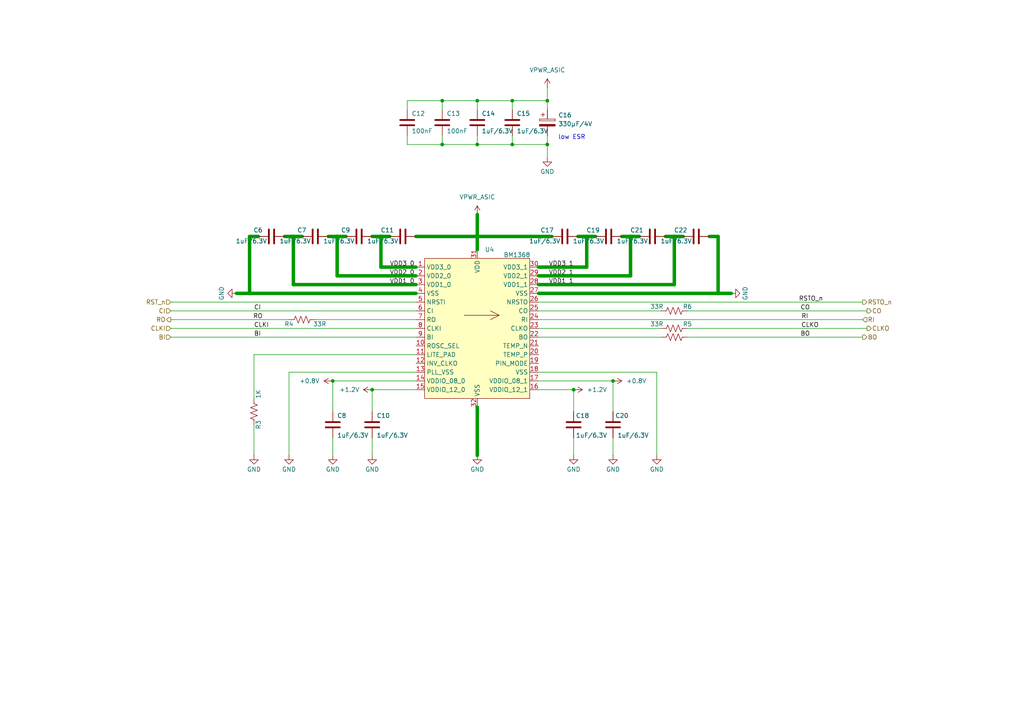
<source format=kicad_sch>
(kicad_sch (version 20231120) (generator "eeschema") (generator_version "8.0")
  (paper "A4")
  (lib_symbols
    (symbol "Device:C" (pin_numbers hide) (pin_names (offset 0.254))
      (property "Reference" "C" (at 0.635 2.54 0))
      (property "Value" "C" (at 0.635 -2.54 0))
      (symbol "C_0_1"
        (polyline (pts (xy -2.032 -0.762) (xy 2.032 -0.762)) (stroke (width 0.508)))
        (polyline (pts (xy -2.032 0.762) (xy 2.032 0.762)) (stroke (width 0.508)))
      )
      (symbol "C_1_1"
        (pin passive line (at 0 3.81 270) (length 2.794) (name "~") (number "1"))
        (pin passive line (at 0 -3.81 90) (length 2.794) (name "~") (number "2"))
      )
    )
    (symbol "Device:C_Polarized" (pin_numbers hide) (pin_names (offset 0.254))
      (property "Reference" "C" (at 0.635 2.54 0))
      (property "Value" "C_Polarized" (at 0.635 -2.54 0))
      (symbol "C_Polarized_0_1"
        (rectangle (start -2.286 0.508) (end 2.286 1.016))
        (polyline (pts (xy -1.778 2.286) (xy -0.762 2.286)))
        (polyline (pts (xy -1.27 2.794) (xy -1.27 1.778)))
        (rectangle (start 2.286 -0.508) (end -2.286 -1.016) (fill (type outline)))
      )
      (symbol "C_Polarized_1_1"
        (pin passive line (at 0 3.81 270) (length 2.794) (name "~") (number "1"))
        (pin passive line (at 0 -3.81 90) (length 2.794) (name "~") (number "2"))
      )
    )
    (symbol "Device:R_US" (pin_numbers hide) (pin_names (offset 0))
      (property "Reference" "R" (at 2.54 0 90))
      (property "Value" "R_US" (at -2.54 0 90))
      (symbol "R_US_0_1"
        (polyline (pts (xy 0 -2.286) (xy 0 -2.54)))
        (polyline (pts (xy 0 2.286) (xy 0 2.54)))
        (polyline (pts (xy 0 -0.762) (xy 1.016 -1.143) (xy 0 -1.524) (xy -1.016 -1.905) (xy 0 -2.286)))
        (polyline (pts (xy 0 0.762) (xy 1.016 0.381) (xy 0 0) (xy -1.016 -0.381) (xy 0 -0.762)))
        (polyline (pts (xy 0 2.286) (xy 1.016 1.905) (xy 0 1.524) (xy -1.016 1.143) (xy 0 0.762)))
      )
      (symbol "R_US_1_1"
        (pin passive line (at 0 3.81 270) (length 1.27) (name "~") (number "1"))
        (pin passive line (at 0 -3.81 90) (length 1.27) (name "~") (number "2"))
      )
    )
    (symbol "EKO_Miner_ASIClib:BM1368_mode1"
      (property "Reference" "U4" (at 19.9741 3.81 0))
      (property "Value" "~" (at 21.336 1.27 0))
      (symbol "BM1368_mode1_0_1"
        (polyline (pts (xy 13.97 -15.24) (xy 24.13 -15.24)))
        (polyline (pts (xy 21.59 -16.51) (xy 24.13 -15.24)))
        (polyline (pts (xy 21.59 -13.97) (xy 24.13 -15.24)))
        (rectangle (start 2.54 1.27) (end 33.02 -39.37) (fill (type background)))
      )
      (symbol "BM1368_mode1_1_1"
        (pin power_in line (at 0 -1.27 0) (length 2.54) (name "VDD3_0") (number "1"))
        (pin unspecified line (at 0 -24.13 0) (length 2.54) (name "ROSC_SEL") (number "10"))
        (pin unspecified line (at 0 -26.67 0) (length 2.54) (name "LITE_PAD") (number "11"))
        (pin unspecified line (at 0 -29.21 0) (length 2.54) (name "INV_CLKO") (number "12"))
        (pin power_in line (at 0 -31.75 0) (length 2.54) (name "PLL_VSS") (number "13"))
        (pin power_in line (at 0 -34.29 0) (length 2.54) (name "VDDIO_08_0") (number "14"))
        (pin power_in line (at 0 -36.83 0) (length 2.54) (name "VDDIO_12_0") (number "15"))
        (pin power_in line (at 35.56 -36.83 180) (length 2.54) (name "VDDIO_12_1") (number "16"))
        (pin power_in line (at 35.56 -34.29 180) (length 2.54) (name "VDDIO_08_1") (number "17"))
        (pin power_in line (at 35.56 -31.75 180) (length 2.54) (name "VSS") (number "18"))
        (pin input line (at 35.56 -29.21 180) (length 2.54) (name "PIN_MODE") (number "19"))
        (pin power_in line (at 0 -3.81 0) (length 2.54) (name "VDD2_0") (number "2"))
        (pin unspecified line (at 35.56 -26.67 180) (length 2.54) (name "TEMP_P") (number "20"))
        (pin unspecified line (at 35.56 -24.13 180) (length 2.54) (name "TEMP_N") (number "21"))
        (pin output line (at 35.56 -21.59 180) (length 2.54) (name "BO") (number "22"))
        (pin output line (at 35.56 -19.05 180) (length 2.54) (name "CLKO") (number "23"))
        (pin input line (at 35.56 -16.51 180) (length 2.54) (name "RI") (number "24"))
        (pin output line (at 35.56 -13.97 180) (length 2.54) (name "CO") (number "25"))
        (pin output line (at 35.56 -11.43 180) (length 2.54) (name "NRSTO") (number "26"))
        (pin power_in line (at 35.56 -8.89 180) (length 2.54) (name "VSS") (number "27"))
        (pin power_in line (at 35.56 -6.35 180) (length 2.54) (name "VDD1_1") (number "28"))
        (pin power_in line (at 35.56 -3.81 180) (length 2.54) (name "VDD2_1") (number "29"))
        (pin power_in line (at 0 -6.35 0) (length 2.54) (name "VDD1_0") (number "3"))
        (pin power_in line (at 35.56 -1.27 180) (length 2.54) (name "VDD3_1") (number "30"))
        (pin power_in line (at 17.78 3.81 270) (length 2.54) (name "VDD") (number "31"))
        (pin power_in line (at 17.78 -41.91 90) (length 2.54) (name "VSS") (number "32"))
        (pin power_in line (at 0 -8.89 0) (length 2.54) (name "VSS") (number "4"))
        (pin input line (at 0 -11.43 0) (length 2.54) (name "NRSTI") (number "5"))
        (pin input line (at 0 -13.97 0) (length 2.54) (name "CI") (number "6"))
        (pin output line (at 0 -16.51 0) (length 2.54) (name "RO") (number "7"))
        (pin input line (at 0 -19.05 0) (length 2.54) (name "CLKI") (number "8"))
        (pin input line (at 0 -21.59 0) (length 2.54) (name "BI") (number "9"))
      )
    )
    (symbol "power:GND" (power) (pin_numbers hide) (pin_names (offset 0) hide)
      (property "Value" "GND" (at 0 -3.81 0))
      (symbol "GND_0_1"
        (polyline (pts (xy 0 0) (xy 0 -1.27) (xy 1.27 -1.27) (xy 0 -2.54) (xy -1.27 -1.27) (xy 0 -1.27)))
      )
      (symbol "GND_1_1"
        (pin power_in line (at 0 0 270) (length 0) (name "~") (number "1"))
      )
    )
    (symbol "power:VDD" (power) (pin_numbers hide) (pin_names (offset 0) hide)
      (property "Value" "VDD" (at 0 3.556 0))
      (symbol "VDD_0_1"
        (polyline (pts (xy -0.762 1.27) (xy 0 2.54)))
        (polyline (pts (xy 0 0) (xy 0 2.54)))
        (polyline (pts (xy 0 2.54) (xy 0.762 1.27)))
      )
      (symbol "VDD_1_1"
        (pin power_in line (at 0 0 90) (length 0) (name "~") (number "1"))
      )
    )
  )
  (junction (at 107.95 113.03))
  (junction (at 138.43 29.21) (diameter 0.9144))
  (junction (at 128.27 41.91) (diameter 0.9144))
  (junction (at 148.59 41.91))
  (junction (at 177.8 110.49))
  (junction (at 170.18 68.58))
  (junction (at 72.39 85.09))
  (junction (at 85.09 68.58))
  (junction (at 208.28 85.09))
  (junction (at 138.43 68.58))
  (junction (at 96.52 110.49))
  (junction (at 128.27 29.21) (diameter 0.9144))
  (junction (at 158.75 29.21))
  (junction (at 97.79 68.58))
  (junction (at 148.59 29.21))
  (junction (at 110.49 68.58))
  (junction (at 166.37 113.03))
  (junction (at 138.43 41.91) (diameter 0.9144))
  (junction (at 158.75 41.91))
  (junction (at 182.88 68.58))
  (junction (at 195.58 68.58))
  (wire (pts (xy 166.37 113.03) (xy 166.37 119.38)))
  (wire (pts (xy 148.59 41.91) (xy 138.43 41.91)))
  (wire (pts (xy 158.75 31.75) (xy 158.75 29.21)))
  (wire (pts (xy 156.21 95.25) (xy 191.77 95.25)))
  (wire (pts (xy 208.28 85.09) (xy 208.28 68.58)) (stroke (width 1)))
  (wire (pts (xy 118.11 31.75) (xy 118.11 29.21)))
  (wire (pts (xy 49.53 92.71) (xy 83.82 92.71)))
  (wire (pts (xy 107.95 127) (xy 107.95 132.08)))
  (wire (pts (xy 166.37 127) (xy 166.37 132.08)))
  (wire (pts (xy 85.09 68.58) (xy 87.63 68.58)) (stroke (width 1)))
  (wire (pts (xy 97.79 68.58) (xy 100.33 68.58)) (stroke (width 1)))
  (wire (pts (xy 156.21 87.63) (xy 250.19 87.63)))
  (wire (pts (xy 110.49 68.58) (xy 109.22 68.58)))
  (wire (pts (xy 120.65 68.58) (xy 138.43 68.58)) (stroke (width 1)))
  (wire (pts (xy 138.43 68.58) (xy 160.02 68.58)) (stroke (width 1)))
  (wire (pts (xy 199.39 95.25) (xy 251.46 95.25)))
  (wire (pts (xy 156.21 77.47) (xy 170.18 77.47)) (stroke (width 1)))
  (wire (pts (xy 128.27 29.21) (xy 138.43 29.21)))
  (wire (pts (xy 97.79 80.01) (xy 120.65 80.01)) (stroke (width 1)))
  (wire (pts (xy 128.27 31.75) (xy 128.27 29.21)))
  (wire (pts (xy 138.43 118.11) (xy 138.43 132.08)) (stroke (width 1)))
  (wire (pts (xy 110.49 68.58) (xy 110.49 77.47)) (stroke (width 1)))
  (wire (pts (xy 158.75 25.4) (xy 158.75 29.21)))
  (wire (pts (xy 85.09 68.58) (xy 86.36 68.58)))
  (wire (pts (xy 156.21 85.09) (xy 208.28 85.09)) (stroke (width 1)))
  (wire (pts (xy 167.64 68.58) (xy 170.18 68.58)) (stroke (width 1)))
  (wire (pts (xy 177.8 110.49) (xy 177.8 119.38)))
  (wire (pts (xy 138.43 29.21) (xy 148.59 29.21)))
  (wire (pts (xy 118.11 39.37) (xy 118.11 41.91)))
  (wire (pts (xy 182.88 68.58) (xy 185.42 68.58)) (stroke (width 1)))
  (wire (pts (xy 190.5 107.95) (xy 190.5 132.08)))
  (wire (pts (xy 180.34 68.58) (xy 182.88 68.58)) (stroke (width 1)))
  (wire (pts (xy 107.95 113.03) (xy 107.95 119.38)))
  (wire (pts (xy 199.39 90.17) (xy 251.46 90.17)))
  (wire (pts (xy 128.27 41.91) (xy 138.43 41.91)))
  (wire (pts (xy 73.66 102.87) (xy 73.66 115.57)))
  (wire (pts (xy 156.21 80.01) (xy 182.88 80.01)) (stroke (width 1)))
  (wire (pts (xy 128.27 39.37) (xy 128.27 41.91)))
  (wire (pts (xy 118.11 29.21) (xy 128.27 29.21)))
  (wire (pts (xy 158.75 45.72) (xy 158.75 41.91)))
  (wire (pts (xy 156.21 82.55) (xy 195.58 82.55)) (stroke (width 1)))
  (wire (pts (xy 138.43 62.23) (xy 138.43 68.58)) (stroke (width 1)))
  (wire (pts (xy 85.09 82.55) (xy 120.65 82.55)) (stroke (width 1)))
  (wire (pts (xy 195.58 68.58) (xy 198.12 68.58)) (stroke (width 1)))
  (wire (pts (xy 170.18 68.58) (xy 172.72 68.58)) (stroke (width 1)))
  (wire (pts (xy 156.21 92.71) (xy 250.19 92.71)))
  (wire (pts (xy 96.52 110.49) (xy 96.52 119.38)))
  (wire (pts (xy 177.8 127) (xy 177.8 132.08)))
  (wire (pts (xy 120.65 102.87) (xy 73.66 102.87)))
  (wire (pts (xy 158.75 39.37) (xy 158.75 41.91)))
  (wire (pts (xy 120.65 107.95) (xy 83.82 107.95)))
  (wire (pts (xy 148.59 29.21) (xy 158.75 29.21)))
  (wire (pts (xy 97.79 68.58) (xy 100.33 68.58)))
  (wire (pts (xy 199.39 97.79) (xy 250.19 97.79)))
  (wire (pts (xy 96.52 110.49) (xy 120.65 110.49)))
  (wire (pts (xy 138.43 31.75) (xy 138.43 29.21)))
  (wire (pts (xy 72.39 85.09) (xy 120.65 85.09)) (stroke (width 1)))
  (wire (pts (xy 156.21 97.79) (xy 191.77 97.79)))
  (wire (pts (xy 193.04 68.58) (xy 195.58 68.58)) (stroke (width 1)))
  (wire (pts (xy 156.21 113.03) (xy 166.37 113.03)))
  (wire (pts (xy 49.53 97.79) (xy 120.65 97.79)))
  (wire (pts (xy 170.18 77.47) (xy 170.18 68.58)) (stroke (width 1)))
  (wire (pts (xy 107.95 68.58) (xy 110.49 68.58)) (stroke (width 1)))
  (wire (pts (xy 97.79 80.01) (xy 97.79 68.58)) (stroke (width 1)))
  (wire (pts (xy 138.43 39.37) (xy 138.43 41.91)))
  (wire (pts (xy 49.53 90.17) (xy 120.65 90.17)))
  (wire (pts (xy 195.58 82.55) (xy 195.58 68.58)) (stroke (width 1)))
  (wire (pts (xy 95.25 68.58) (xy 97.79 68.58)) (stroke (width 1)))
  (wire (pts (xy 128.27 41.91) (xy 118.11 41.91)))
  (wire (pts (xy 107.95 113.03) (xy 120.65 113.03)))
  (wire (pts (xy 73.66 123.19) (xy 73.66 132.08)))
  (wire (pts (xy 182.88 80.01) (xy 182.88 68.58)) (stroke (width 1)))
  (wire (pts (xy 96.52 127) (xy 96.52 132.08)))
  (wire (pts (xy 148.59 41.91) (xy 158.75 41.91)))
  (wire (pts (xy 49.53 87.63) (xy 120.65 87.63)))
  (wire (pts (xy 148.59 39.37) (xy 148.59 41.91)))
  (wire (pts (xy 110.49 77.47) (xy 120.65 77.47)) (stroke (width 1)))
  (wire (pts (xy 156.21 107.95) (xy 190.5 107.95)))
  (wire (pts (xy 156.21 90.17) (xy 191.77 90.17)))
  (wire (pts (xy 83.82 107.95) (xy 83.82 132.08)))
  (wire (pts (xy 138.43 68.58) (xy 138.43 72.39)) (stroke (width 1)))
  (wire (pts (xy 68.58 85.09) (xy 72.39 85.09)) (stroke (width 1)))
  (wire (pts (xy 49.53 95.25) (xy 120.65 95.25)))
  (wire (pts (xy 72.39 85.09) (xy 72.39 68.58)) (stroke (width 1)))
  (wire (pts (xy 110.49 68.58) (xy 113.03 68.58)) (stroke (width 1)))
  (wire (pts (xy 208.28 68.58) (xy 205.74 68.58)) (stroke (width 1)))
  (wire (pts (xy 85.09 82.55) (xy 85.09 68.58)) (stroke (width 1)))
  (wire (pts (xy 91.44 92.71) (xy 120.65 92.71)))
  (wire (pts (xy 148.59 31.75) (xy 148.59 29.21)))
  (wire (pts (xy 156.21 110.49) (xy 177.8 110.49)))
  (wire (pts (xy 82.55 68.58) (xy 85.09 68.58)) (stroke (width 1)))
  (wire (pts (xy 72.39 68.58) (xy 74.93 68.58)) (stroke (width 1)))
  (wire (pts (xy 208.28 85.09) (xy 212.09 85.09)) (stroke (width 1)))
  (text "low ESR" (at 165.862 39.878 0) (effects (font (size 1.27 1.27))))
  (label "BO" (at 234.95 97.79 180))
  (label "CLKI" (at 73.66 95.25 0))
  (label "VDD2_0" (at 113.03 80.01 0))
  (label "RI" (at 232.41 92.71 0))
  (label "RO" (at 76.2 92.71 180))
  (label "CLKO" (at 237.49 95.25 180))
  (label "VDD1_0" (at 113.03 82.55 0))
  (label "VDD3_1" (at 166.37 77.47 180))
  (label "BI" (at 73.66 97.79 0))
  (label "RSTO_n" (at 238.76 87.63 180))
  (label "VDD3_0" (at 113.03 77.47 0))
  (label "CI" (at 73.66 90.17 0))
  (label "VDD2_1" (at 166.37 80.01 180))
  (label "VDD1_1" (at 166.37 82.55 180))
  (label "CO" (at 234.95 90.17 180))
  (hierarchical_label "CLKI" (shape input) (at 49.53 95.25 180))
  (hierarchical_label "CI" (shape input) (at 49.53 90.17 180))
  (hierarchical_label "RO" (shape output) (at 49.53 92.71 180))
  (hierarchical_label "CO" (shape output) (at 251.46 90.17 0))
  (hierarchical_label "BO" (shape output) (at 250.19 97.79 0))
  (hierarchical_label "CLKO" (shape output) (at 251.46 95.25 0))
  (hierarchical_label "RSTO_n" (shape output) (at 250.19 87.63 0))
  (hierarchical_label "BI" (shape input) (at 49.53 97.79 180))
  (hierarchical_label "RST_n" (shape input) (at 49.53 87.63 180))
  (hierarchical_label "RI" (shape input) (at 250.19 92.71 0))
  (symbol (lib_id "Device:R_US") (at 195.58 90.17 90) (unit 1)
    (property "Reference" "R6" (at 199.39 88.9 90))
    (property "Value" "33R" (at 190.5 88.9 90))
    (property "Footprint" "Resistor_SMD:R_0402_1005Metric" (effects (hide yes)))
    (property "MP" "WR04X33R0FTL" (effects (hide yes)))
    (property "P/N MOUSER" "791-WR04X33R0FTL" (effects (hide yes)))
    (instances (project "AsicsBoard - 16xBM1368 - 01A" (path "" (reference "R6") (unit 1)) (path "" (reference "R58") (unit 1)) (path "" (reference "R33") (unit 1)) (path "" (reference "R78") (unit 1)) (path "" (reference "R43") (unit 1)) (path "" (reference "R68") (unit 1)) (path "" (reference "R11") (unit 1)) (path "" (reference "R21") (unit 1)) (path "" (reference "R16") (unit 1)) (path "" (reference "R48") (unit 1)) (path "" (reference "R83") (unit 1)) (path "" (reference "R63") (unit 1)) (path "" (reference "R53") (unit 1)) (path "" (reference "R73") (unit 1)) (path "" (reference "R28") (unit 1)) (path "" (reference "R38") (unit 1))))
  )
  (symbol (lib_id "Device:C") (at 116.84 68.58 90) (unit 1)
    (property "Reference" "C11" (at 114.3 66.04 90) (effects (justify left bottom)))
    (property "Value" "1uF/6.3V" (at 115.57 69.215 90) (effects (justify left bottom)))
    (property "Footprint" "Capacitor_SMD:C_0402_1005Metric" (effects (hide yes)))
    (property "MP" "GRM155R70J105KA12D" (effects (hide yes)))
    (property "P/N MOUSER" "81-GRM155R70J105KA2D" (effects (hide yes)))
    (instances (project "AsicsBoard - 16xBM1368 - 01A" (path "" (reference "C11") (unit 1)) (path "" (reference "C181") (unit 1)) (path "" (reference "C96") (unit 1)) (path "" (reference "C249") (unit 1)) (path "" (reference "C130") (unit 1)) (path "" (reference "C215") (unit 1)) (path "" (reference "C28") (unit 1)) (path "" (reference "C62") (unit 1)) (path "" (reference "C45") (unit 1)) (path "" (reference "C147") (unit 1)) (path "" (reference "C266") (unit 1)) (path "" (reference "C198") (unit 1)) (path "" (reference "C164") (unit 1)) (path "" (reference "C232") (unit 1)) (path "" (reference "C79") (unit 1)) (path "" (reference "C113") (unit 1))))
  )
  (symbol (lib_id "Device:C") (at 118.11 35.56 0) (unit 1)
    (property "Reference" "C12" (at 119.38 33.655 0) (effects (justify left bottom)))
    (property "Value" "100nF" (at 119.38 38.735 0) (effects (justify left bottom)))
    (property "Footprint" "Capacitor_SMD:C_0402_1005Metric" (effects (hide yes)))
    (property "MP" "SH15B104K160CT" (effects (hide yes)))
    (property "P/N MOUSER" "791-SH15B104K160CT" (effects (hide yes)))
    (instances (project "AsicsBoard - 16xBM1368 - 01A" (path "" (reference "C12") (unit 1)) (path "" (reference "C182") (unit 1)) (path "" (reference "C97") (unit 1)) (path "" (reference "C250") (unit 1)) (path "" (reference "C131") (unit 1)) (path "" (reference "C216") (unit 1)) (path "" (reference "C29") (unit 1)) (path "" (reference "C63") (unit 1)) (path "" (reference "C46") (unit 1)) (path "" (reference "C148") (unit 1)) (path "" (reference "C267") (unit 1)) (path "" (reference "C199") (unit 1)) (path "" (reference "C165") (unit 1)) (path "" (reference "C233") (unit 1)) (path "" (reference "C80") (unit 1)) (path "" (reference "C114") (unit 1))))
  )
  (symbol (lib_id "power:GND") (at 212.09 85.09 90) (unit 1)
    (property "Reference" "#PWR037" (effects (hide yes)))
    (property "Value" "GND" (at 216.154 85.09 0))
    (property "Description" "Power symbol creates a global label with name \"GND\" , ground" (effects (hide yes)))
    (instances (project "AsicsBoard - 16xBM1368 - 01A" (path "" (reference "#PWR037") (unit 1)) (path "" (reference "#PWR0209") (unit 1)) (path "" (reference "#PWR0124") (unit 1)) (path "" (reference "#PWR0277") (unit 1)) (path "" (reference "#PWR0158") (unit 1)) (path "" (reference "#PWR0243") (unit 1)) (path "" (reference "#PWR054") (unit 1)) (path "" (reference "#PWR088") (unit 1)) (path "" (reference "#PWR071") (unit 1)) (path "" (reference "#PWR0175") (unit 1)) (path "" (reference "#PWR0294") (unit 1)) (path "" (reference "#PWR0226") (unit 1)) (path "" (reference "#PWR0192") (unit 1)) (path "" (reference "#PWR0260") (unit 1)) (path "" (reference "#PWR0107") (unit 1)) (path "" (reference "#PWR0141") (unit 1))))
  )
  (symbol (lib_id "power:GND") (at 83.82 132.08 0) (unit 1)
    (property "Reference" "#PWR023" (effects (hide yes)))
    (property "Value" "GND" (at 83.82 136.144 0))
    (property "Description" "Power symbol creates a global label with name \"GND\" , ground" (effects (hide yes)))
    (instances (project "AsicsBoard - 16xBM1368 - 01A" (path "" (reference "#PWR023") (unit 1)) (path "" (reference "#PWR0195") (unit 1)) (path "" (reference "#PWR0110") (unit 1)) (path "" (reference "#PWR0263") (unit 1)) (path "" (reference "#PWR0144") (unit 1)) (path "" (reference "#PWR0229") (unit 1)) (path "" (reference "#PWR040") (unit 1)) (path "" (reference "#PWR074") (unit 1)) (path "" (reference "#PWR057") (unit 1)) (path "" (reference "#PWR0161") (unit 1)) (path "" (reference "#PWR0280") (unit 1)) (path "" (reference "#PWR0212") (unit 1)) (path "" (reference "#PWR0178") (unit 1)) (path "" (reference "#PWR0246") (unit 1)) (path "" (reference "#PWR093") (unit 1)) (path "" (reference "#PWR0127") (unit 1))))
  )
  (symbol (lib_id "Device:C") (at 201.93 68.58 90) (unit 1)
    (property "Reference" "C22" (at 199.39 66.04 90) (effects (justify left bottom)))
    (property "Value" "1uF/6.3V" (at 200.66 69.215 90) (effects (justify left bottom)))
    (property "Footprint" "Capacitor_SMD:C_0402_1005Metric" (effects (hide yes)))
    (property "MP" "GRM155R70J105KA12D" (effects (hide yes)))
    (property "P/N MOUSER" "81-GRM155R70J105KA2D" (effects (hide yes)))
    (instances (project "AsicsBoard - 16xBM1368 - 01A" (path "" (reference "C22") (unit 1)) (path "" (reference "C192") (unit 1)) (path "" (reference "C107") (unit 1)) (path "" (reference "C260") (unit 1)) (path "" (reference "C141") (unit 1)) (path "" (reference "C226") (unit 1)) (path "" (reference "C39") (unit 1)) (path "" (reference "C73") (unit 1)) (path "" (reference "C56") (unit 1)) (path "" (reference "C158") (unit 1)) (path "" (reference "C277") (unit 1)) (path "" (reference "C209") (unit 1)) (path "" (reference "C175") (unit 1)) (path "" (reference "C243") (unit 1)) (path "" (reference "C90") (unit 1)) (path "" (reference "C124") (unit 1))))
  )
  (symbol (lib_id "Device:C_Polarized") (at 158.75 35.56 0) (unit 1)
    (property "Reference" "C16" (at 161.925 33.4009 0) (effects (justify left)))
    (property "Value" "330µF/4V" (at 161.925 35.9409 0) (effects (justify left)))
    (property "Footprint" "Capacitor_SMD:C_1210_3225Metric" (effects (hide yes)))
    (property "MP" "GRM32ER60G337ME05K" (effects (hide yes)))
    (property "P/N MOUSER" "81-GRM32ER60G337ME5K" (effects (hide yes)))
    (instances (project "AsicsBoard - 16xBM1368 - 01A" (path "" (reference "C16") (unit 1)) (path "" (reference "C186") (unit 1)) (path "" (reference "C101") (unit 1)) (path "" (reference "C254") (unit 1)) (path "" (reference "C135") (unit 1)) (path "" (reference "C220") (unit 1)) (path "" (reference "C33") (unit 1)) (path "" (reference "C67") (unit 1)) (path "" (reference "C50") (unit 1)) (path "" (reference "C152") (unit 1)) (path "" (reference "C271") (unit 1)) (path "" (reference "C203") (unit 1)) (path "" (reference "C169") (unit 1)) (path "" (reference "C237") (unit 1)) (path "" (reference "C84") (unit 1)) (path "" (reference "C118") (unit 1))))
  )
  (symbol (lib_id "power:VDD") (at 96.52 110.49 90) (unit 1)
    (property "Reference" "#PWR024" (effects (hide yes)))
    (property "Value" "+0.8V" (at 92.71 110.4899 90) (effects (justify left)))
    (property "Description" "Power symbol creates a global label with name \"VDD\"" (effects (hide yes)))
    (instances (project "AsicsBoard - 16xBM1368 - 01A" (path "" (reference "#PWR024") (unit 1)) (path "" (reference "#PWR0196") (unit 1)) (path "" (reference "#PWR0111") (unit 1)) (path "" (reference "#PWR0264") (unit 1)) (path "" (reference "#PWR0145") (unit 1)) (path "" (reference "#PWR0230") (unit 1)) (path "" (reference "#PWR041") (unit 1)) (path "" (reference "#PWR075") (unit 1)) (path "" (reference "#PWR058") (unit 1)) (path "" (reference "#PWR0162") (unit 1)) (path "" (reference "#PWR0281") (unit 1)) (path "" (reference "#PWR0213") (unit 1)) (path "" (reference "#PWR0179") (unit 1)) (path "" (reference "#PWR0247") (unit 1)) (path "" (reference "#PWR094") (unit 1)) (path "" (reference "#PWR0128") (unit 1))))
  )
  (symbol (lib_id "Device:C") (at 91.44 68.58 90) (unit 1)
    (property "Reference" "C7" (at 88.9 66.04 90) (effects (justify left bottom)))
    (property "Value" "1uF/6.3V" (at 90.17 69.215 90) (effects (justify left bottom)))
    (property "Footprint" "Capacitor_SMD:C_0402_1005Metric" (effects (hide yes)))
    (property "MP" "GRM155R70J105KA12D" (effects (hide yes)))
    (property "P/N MOUSER" "81-GRM155R70J105KA2D" (effects (hide yes)))
    (instances (project "AsicsBoard - 16xBM1368 - 01A" (path "" (reference "C7") (unit 1)) (path "" (reference "C177") (unit 1)) (path "" (reference "C92") (unit 1)) (path "" (reference "C245") (unit 1)) (path "" (reference "C126") (unit 1)) (path "" (reference "C211") (unit 1)) (path "" (reference "C24") (unit 1)) (path "" (reference "C58") (unit 1)) (path "" (reference "C41") (unit 1)) (path "" (reference "C143") (unit 1)) (path "" (reference "C262") (unit 1)) (path "" (reference "C194") (unit 1)) (path "" (reference "C160") (unit 1)) (path "" (reference "C228") (unit 1)) (path "" (reference "C75") (unit 1)) (path "" (reference "C109") (unit 1))))
  )
  (symbol (lib_id "Device:R_US") (at 195.58 95.25 90) (unit 1)
    (property "Reference" "R5" (at 199.39 93.98 90))
    (property "Value" "33R" (at 190.5 93.98 90))
    (property "Footprint" "Resistor_SMD:R_0402_1005Metric" (effects (hide yes)))
    (property "MP" "WR04X33R0FTL" (effects (hide yes)))
    (property "P/N MOUSER" "791-WR04X33R0FTL" (effects (hide yes)))
    (instances (project "AsicsBoard - 16xBM1368 - 01A" (path "" (reference "R5") (unit 1)) (path "" (reference "R57") (unit 1)) (path "" (reference "R32") (unit 1)) (path "" (reference "R77") (unit 1)) (path "" (reference "R42") (unit 1)) (path "" (reference "R67") (unit 1)) (path "" (reference "R10") (unit 1)) (path "" (reference "R20") (unit 1)) (path "" (reference "R15") (unit 1)) (path "" (reference "R47") (unit 1)) (path "" (reference "R82") (unit 1)) (path "" (reference "R62") (unit 1)) (path "" (reference "R52") (unit 1)) (path "" (reference "R72") (unit 1)) (path "" (reference "R27") (unit 1)) (path "" (reference "R37") (unit 1))))
  )
  (symbol (lib_id "power:GND") (at 68.58 85.09 270) (unit 1)
    (property "Reference" "#PWR021" (effects (hide yes)))
    (property "Value" "GND" (at 64.262 85.09 0))
    (property "Description" "Power symbol creates a global label with name \"GND\" , ground" (effects (hide yes)))
    (instances (project "AsicsBoard - 16xBM1368 - 01A" (path "" (reference "#PWR021") (unit 1)) (path "" (reference "#PWR0193") (unit 1)) (path "" (reference "#PWR0108") (unit 1)) (path "" (reference "#PWR0261") (unit 1)) (path "" (reference "#PWR0142") (unit 1)) (path "" (reference "#PWR0227") (unit 1)) (path "" (reference "#PWR038") (unit 1)) (path "" (reference "#PWR072") (unit 1)) (path "" (reference "#PWR055") (unit 1)) (path "" (reference "#PWR0159") (unit 1)) (path "" (reference "#PWR0278") (unit 1)) (path "" (reference "#PWR0210") (unit 1)) (path "" (reference "#PWR0176") (unit 1)) (path "" (reference "#PWR0244") (unit 1)) (path "" (reference "#PWR091") (unit 1)) (path "" (reference "#PWR0125") (unit 1))))
  )
  (symbol (lib_id "Device:C") (at 177.8 123.19 0) (unit 1)
    (property "Reference" "C20" (at 178.435 121.285 0) (effects (justify left bottom)))
    (property "Value" "1uF/6.3V" (at 179.07 127 0) (effects (justify left bottom)))
    (property "Footprint" "Capacitor_SMD:C_0402_1005Metric" (effects (hide yes)))
    (property "MP" "GRM155R70J105KA12D" (effects (hide yes)))
    (property "P/N MOUSER" "81-GRM155R70J105KA2D" (effects (hide yes)))
    (instances (project "AsicsBoard - 16xBM1368 - 01A" (path "" (reference "C20") (unit 1)) (path "" (reference "C190") (unit 1)) (path "" (reference "C105") (unit 1)) (path "" (reference "C258") (unit 1)) (path "" (reference "C139") (unit 1)) (path "" (reference "C224") (unit 1)) (path "" (reference "C37") (unit 1)) (path "" (reference "C71") (unit 1)) (path "" (reference "C54") (unit 1)) (path "" (reference "C156") (unit 1)) (path "" (reference "C275") (unit 1)) (path "" (reference "C207") (unit 1)) (path "" (reference "C173") (unit 1)) (path "" (reference "C241") (unit 1)) (path "" (reference "C88") (unit 1)) (path "" (reference "C122") (unit 1))))
  )
  (symbol (lib_id "power:VDD") (at 107.95 113.03 90) (unit 1)
    (property "Reference" "#PWR026" (effects (hide yes)))
    (property "Value" "+1.2V" (at 101.346 113.03 90))
    (property "Description" "Power symbol creates a global label with name \"VDD\"" (effects (hide yes)))
    (instances (project "AsicsBoard - 16xBM1368 - 01A" (path "" (reference "#PWR026") (unit 1)) (path "" (reference "#PWR0198") (unit 1)) (path "" (reference "#PWR0113") (unit 1)) (path "" (reference "#PWR0266") (unit 1)) (path "" (reference "#PWR0147") (unit 1)) (path "" (reference "#PWR0232") (unit 1)) (path "" (reference "#PWR043") (unit 1)) (path "" (reference "#PWR077") (unit 1)) (path "" (reference "#PWR060") (unit 1)) (path "" (reference "#PWR0164") (unit 1)) (path "" (reference "#PWR0283") (unit 1)) (path "" (reference "#PWR0215") (unit 1)) (path "" (reference "#PWR0181") (unit 1)) (path "" (reference "#PWR0249") (unit 1)) (path "" (reference "#PWR096") (unit 1)) (path "" (reference "#PWR0130") (unit 1))))
  )
  (symbol (lib_id "power:VDD") (at 166.37 113.03 270) (unit 1)
    (property "Reference" "#PWR032" (effects (hide yes)))
    (property "Value" "+1.2V" (at 170.18 113.0301 90) (effects (justify left)))
    (property "Description" "Power symbol creates a global label with name \"VDD\"" (effects (hide yes)))
    (instances (project "AsicsBoard - 16xBM1368 - 01A" (path "" (reference "#PWR032") (unit 1)) (path "" (reference "#PWR0204") (unit 1)) (path "" (reference "#PWR0119") (unit 1)) (path "" (reference "#PWR0272") (unit 1)) (path "" (reference "#PWR0153") (unit 1)) (path "" (reference "#PWR0238") (unit 1)) (path "" (reference "#PWR049") (unit 1)) (path "" (reference "#PWR083") (unit 1)) (path "" (reference "#PWR066") (unit 1)) (path "" (reference "#PWR0170") (unit 1)) (path "" (reference "#PWR0289") (unit 1)) (path "" (reference "#PWR0221") (unit 1)) (path "" (reference "#PWR0187") (unit 1)) (path "" (reference "#PWR0255") (unit 1)) (path "" (reference "#PWR0102") (unit 1)) (path "" (reference "#PWR0136") (unit 1))))
  )
  (symbol (lib_id "Device:R_US") (at 87.63 92.71 270) (unit 1)
    (property "Reference" "R4" (at 83.82 93.98 90))
    (property "Value" "33R" (at 92.71 93.98 90))
    (property "Footprint" "Resistor_SMD:R_0402_1005Metric" (effects (hide yes)))
    (property "MP" "WR04X33R0FTL" (effects (hide yes)))
    (property "P/N MOUSER" "791-WR04X33R0FTL" (effects (hide yes)))
    (instances (project "AsicsBoard - 16xBM1368 - 01A" (path "" (reference "R4") (unit 1)) (path "" (reference "R56") (unit 1)) (path "" (reference "R31") (unit 1)) (path "" (reference "R76") (unit 1)) (path "" (reference "R41") (unit 1)) (path "" (reference "R66") (unit 1)) (path "" (reference "R9") (unit 1)) (path "" (reference "R19") (unit 1)) (path "" (reference "R14") (unit 1)) (path "" (reference "R46") (unit 1)) (path "" (reference "R81") (unit 1)) (path "" (reference "R61") (unit 1)) (path "" (reference "R51") (unit 1)) (path "" (reference "R71") (unit 1)) (path "" (reference "R26") (unit 1)) (path "" (reference "R36") (unit 1))))
  )
  (symbol (lib_id "Device:R_US") (at 73.66 119.38 0) (unit 1)
    (property "Reference" "R3" (at 74.93 123.19 90))
    (property "Value" "1K" (at 74.93 114.3 90))
    (property "Footprint" "Resistor_SMD:R_0402_1005Metric" (effects (hide yes)))
    (property "P/N MOUSER" "708-RNCP0402FTD1K00" (effects (hide yes)))
    (property "MP" "RNCP0402FTD1K00" (effects (hide yes)))
    (instances (project "AsicsBoard - 16xBM1368 - 01A" (path "" (reference "R3") (unit 1)) (path "" (reference "R55") (unit 1)) (path "" (reference "R30") (unit 1)) (path "" (reference "R75") (unit 1)) (path "" (reference "R40") (unit 1)) (path "" (reference "R65") (unit 1)) (path "" (reference "R8") (unit 1)) (path "" (reference "R18") (unit 1)) (path "" (reference "R13") (unit 1)) (path "" (reference "R45") (unit 1)) (path "" (reference "R80") (unit 1)) (path "" (reference "R60") (unit 1)) (path "" (reference "R50") (unit 1)) (path "" (reference "R70") (unit 1)) (path "" (reference "R25") (unit 1)) (path "" (reference "R35") (unit 1))))
  )
  (symbol (lib_id "Device:C") (at 166.37 123.19 0) (unit 1)
    (property "Reference" "C18" (at 167.005 121.285 0) (effects (justify left bottom)))
    (property "Value" "1uF/6.3V" (at 167.005 127 0) (effects (justify left bottom)))
    (property "Footprint" "Capacitor_SMD:C_0402_1005Metric" (effects (hide yes)))
    (property "MP" "GRM155R70J105KA12D" (effects (hide yes)))
    (property "P/N MOUSER" "81-GRM155R70J105KA2D" (effects (hide yes)))
    (instances (project "AsicsBoard - 16xBM1368 - 01A" (path "" (reference "C18") (unit 1)) (path "" (reference "C188") (unit 1)) (path "" (reference "C103") (unit 1)) (path "" (reference "C256") (unit 1)) (path "" (reference "C137") (unit 1)) (path "" (reference "C222") (unit 1)) (path "" (reference "C35") (unit 1)) (path "" (reference "C69") (unit 1)) (path "" (reference "C52") (unit 1)) (path "" (reference "C154") (unit 1)) (path "" (reference "C273") (unit 1)) (path "" (reference "C205") (unit 1)) (path "" (reference "C171") (unit 1)) (path "" (reference "C239") (unit 1)) (path "" (reference "C86") (unit 1)) (path "" (reference "C120") (unit 1))))
  )
  (symbol (lib_id "power:GND") (at 107.95 132.08 0) (unit 1)
    (property "Reference" "#PWR027" (effects (hide yes)))
    (property "Value" "GND" (at 107.95 136.144 0))
    (property "Description" "Power symbol creates a global label with name \"GND\" , ground" (effects (hide yes)))
    (instances (project "AsicsBoard - 16xBM1368 - 01A" (path "" (reference "#PWR027") (unit 1)) (path "" (reference "#PWR0199") (unit 1)) (path "" (reference "#PWR0114") (unit 1)) (path "" (reference "#PWR0267") (unit 1)) (path "" (reference "#PWR0148") (unit 1)) (path "" (reference "#PWR0233") (unit 1)) (path "" (reference "#PWR044") (unit 1)) (path "" (reference "#PWR078") (unit 1)) (path "" (reference "#PWR061") (unit 1)) (path "" (reference "#PWR0165") (unit 1)) (path "" (reference "#PWR0284") (unit 1)) (path "" (reference "#PWR0216") (unit 1)) (path "" (reference "#PWR0182") (unit 1)) (path "" (reference "#PWR0250") (unit 1)) (path "" (reference "#PWR097") (unit 1)) (path "" (reference "#PWR0131") (unit 1))))
  )
  (symbol (lib_id "power:GND") (at 96.52 132.08 0) (unit 1)
    (property "Reference" "#PWR025" (effects (hide yes)))
    (property "Value" "GND" (at 96.52 136.144 0))
    (property "Description" "Power symbol creates a global label with name \"GND\" , ground" (effects (hide yes)))
    (instances (project "AsicsBoard - 16xBM1368 - 01A" (path "" (reference "#PWR025") (unit 1)) (path "" (reference "#PWR0197") (unit 1)) (path "" (reference "#PWR0112") (unit 1)) (path "" (reference "#PWR0265") (unit 1)) (path "" (reference "#PWR0146") (unit 1)) (path "" (reference "#PWR0231") (unit 1)) (path "" (reference "#PWR042") (unit 1)) (path "" (reference "#PWR076") (unit 1)) (path "" (reference "#PWR059") (unit 1)) (path "" (reference "#PWR0163") (unit 1)) (path "" (reference "#PWR0282") (unit 1)) (path "" (reference "#PWR0214") (unit 1)) (path "" (reference "#PWR0180") (unit 1)) (path "" (reference "#PWR0248") (unit 1)) (path "" (reference "#PWR095") (unit 1)) (path "" (reference "#PWR0129") (unit 1))))
  )
  (symbol (lib_id "Device:C") (at 78.74 68.58 90) (unit 1)
    (property "Reference" "C6" (at 76.2 66.04 90) (effects (justify left bottom)))
    (property "Value" "1uF/6.3V" (at 77.47 69.215 90) (effects (justify left bottom)))
    (property "Footprint" "Capacitor_SMD:C_0402_1005Metric" (effects (hide yes)))
    (property "MP" "GRM155R70J105KA12D" (effects (hide yes)))
    (property "P/N MOUSER" "81-GRM155R70J105KA2D" (effects (hide yes)))
    (instances (project "AsicsBoard - 16xBM1368 - 01A" (path "" (reference "C6") (unit 1)) (path "" (reference "C176") (unit 1)) (path "" (reference "C91") (unit 1)) (path "" (reference "C244") (unit 1)) (path "" (reference "C125") (unit 1)) (path "" (reference "C210") (unit 1)) (path "" (reference "C23") (unit 1)) (path "" (reference "C57") (unit 1)) (path "" (reference "C40") (unit 1)) (path "" (reference "C142") (unit 1)) (path "" (reference "C261") (unit 1)) (path "" (reference "C193") (unit 1)) (path "" (reference "C159") (unit 1)) (path "" (reference "C227") (unit 1)) (path "" (reference "C74") (unit 1)) (path "" (reference "C108") (unit 1))))
  )
  (symbol (lib_id "power:GND") (at 73.66 132.08 0) (unit 1)
    (property "Reference" "#PWR022" (effects (hide yes)))
    (property "Value" "GND" (at 73.66 136.144 0))
    (property "Description" "Power symbol creates a global label with name \"GND\" , ground" (effects (hide yes)))
    (instances (project "AsicsBoard - 16xBM1368 - 01A" (path "" (reference "#PWR022") (unit 1)) (path "" (reference "#PWR0194") (unit 1)) (path "" (reference "#PWR0109") (unit 1)) (path "" (reference "#PWR0262") (unit 1)) (path "" (reference "#PWR0143") (unit 1)) (path "" (reference "#PWR0228") (unit 1)) (path "" (reference "#PWR039") (unit 1)) (path "" (reference "#PWR073") (unit 1)) (path "" (reference "#PWR056") (unit 1)) (path "" (reference "#PWR0160") (unit 1)) (path "" (reference "#PWR0279") (unit 1)) (path "" (reference "#PWR0211") (unit 1)) (path "" (reference "#PWR0177") (unit 1)) (path "" (reference "#PWR0245") (unit 1)) (path "" (reference "#PWR092") (unit 1)) (path "" (reference "#PWR0126") (unit 1))))
  )
  (symbol (lib_id "power:VDD") (at 138.43 62.23 0) (unit 1)
    (property "Reference" "#PWR028" (effects (hide yes)))
    (property "Value" "VPWR_ASIC" (at 138.43 57.15 0))
    (property "Description" "Power symbol creates a global label with name \"VDD\"" (effects (hide yes)))
    (instances (project "AsicsBoard - 16xBM1368 - 01A" (path "" (reference "#PWR028") (unit 1)) (path "" (reference "#PWR0200") (unit 1)) (path "" (reference "#PWR0115") (unit 1)) (path "" (reference "#PWR0268") (unit 1)) (path "" (reference "#PWR0149") (unit 1)) (path "" (reference "#PWR0234") (unit 1)) (path "" (reference "#PWR045") (unit 1)) (path "" (reference "#PWR079") (unit 1)) (path "" (reference "#PWR062") (unit 1)) (path "" (reference "#PWR0166") (unit 1)) (path "" (reference "#PWR0285") (unit 1)) (path "" (reference "#PWR0217") (unit 1)) (path "" (reference "#PWR0183") (unit 1)) (path "" (reference "#PWR0251") (unit 1)) (path "" (reference "#PWR098") (unit 1)) (path "" (reference "#PWR0132") (unit 1))))
  )
  (symbol (lib_id "Device:C") (at 189.23 68.58 90) (unit 1)
    (property "Reference" "C21" (at 186.69 66.04 90) (effects (justify left bottom)))
    (property "Value" "1uF/6.3V" (at 187.96 69.215 90) (effects (justify left bottom)))
    (property "Footprint" "Capacitor_SMD:C_0402_1005Metric" (effects (hide yes)))
    (property "MP" "GRM155R70J105KA12D" (effects (hide yes)))
    (property "P/N MOUSER" "81-GRM155R70J105KA2D" (effects (hide yes)))
    (instances (project "AsicsBoard - 16xBM1368 - 01A" (path "" (reference "C21") (unit 1)) (path "" (reference "C191") (unit 1)) (path "" (reference "C106") (unit 1)) (path "" (reference "C259") (unit 1)) (path "" (reference "C140") (unit 1)) (path "" (reference "C225") (unit 1)) (path "" (reference "C38") (unit 1)) (path "" (reference "C72") (unit 1)) (path "" (reference "C55") (unit 1)) (path "" (reference "C157") (unit 1)) (path "" (reference "C276") (unit 1)) (path "" (reference "C208") (unit 1)) (path "" (reference "C174") (unit 1)) (path "" (reference "C242") (unit 1)) (path "" (reference "C89") (unit 1)) (path "" (reference "C123") (unit 1))))
  )
  (symbol (lib_id "power:GND") (at 166.37 132.08 0) (unit 1)
    (property "Reference" "#PWR033" (effects (hide yes)))
    (property "Value" "GND" (at 166.37 136.144 0))
    (property "Description" "Power symbol creates a global label with name \"GND\" , ground" (effects (hide yes)))
    (instances (project "AsicsBoard - 16xBM1368 - 01A" (path "" (reference "#PWR033") (unit 1)) (path "" (reference "#PWR0205") (unit 1)) (path "" (reference "#PWR0120") (unit 1)) (path "" (reference "#PWR0273") (unit 1)) (path "" (reference "#PWR0154") (unit 1)) (path "" (reference "#PWR0239") (unit 1)) (path "" (reference "#PWR050") (unit 1)) (path "" (reference "#PWR084") (unit 1)) (path "" (reference "#PWR067") (unit 1)) (path "" (reference "#PWR0171") (unit 1)) (path "" (reference "#PWR0290") (unit 1)) (path "" (reference "#PWR0222") (unit 1)) (path "" (reference "#PWR0188") (unit 1)) (path "" (reference "#PWR0256") (unit 1)) (path "" (reference "#PWR0103") (unit 1)) (path "" (reference "#PWR0137") (unit 1))))
  )
  (symbol (lib_id "power:VDD") (at 177.8 110.49 270) (unit 1)
    (property "Reference" "#PWR034" (effects (hide yes)))
    (property "Value" "+0.8V" (at 181.61 110.4901 90) (effects (justify left)))
    (property "Description" "Power symbol creates a global label with name \"VDD\"" (effects (hide yes)))
    (instances (project "AsicsBoard - 16xBM1368 - 01A" (path "" (reference "#PWR034") (unit 1)) (path "" (reference "#PWR0206") (unit 1)) (path "" (reference "#PWR0121") (unit 1)) (path "" (reference "#PWR0274") (unit 1)) (path "" (reference "#PWR0155") (unit 1)) (path "" (reference "#PWR0240") (unit 1)) (path "" (reference "#PWR051") (unit 1)) (path "" (reference "#PWR085") (unit 1)) (path "" (reference "#PWR068") (unit 1)) (path "" (reference "#PWR0172") (unit 1)) (path "" (reference "#PWR0291") (unit 1)) (path "" (reference "#PWR0223") (unit 1)) (path "" (reference "#PWR0189") (unit 1)) (path "" (reference "#PWR0257") (unit 1)) (path "" (reference "#PWR0104") (unit 1)) (path "" (reference "#PWR0138") (unit 1))))
  )
  (symbol (lib_id "Device:C") (at 128.27 35.56 0) (unit 1)
    (property "Reference" "C13" (at 129.54 33.655 0) (effects (justify left bottom)))
    (property "Value" "100nF" (at 129.54 38.735 0) (effects (justify left bottom)))
    (property "Footprint" "Capacitor_SMD:C_0402_1005Metric" (effects (hide yes)))
    (property "MP" "SH15B104K160CT" (effects (hide yes)))
    (property "P/N MOUSER" "791-SH15B104K160CT" (effects (hide yes)))
    (instances (project "AsicsBoard - 16xBM1368 - 01A" (path "" (reference "C13") (unit 1)) (path "" (reference "C183") (unit 1)) (path "" (reference "C98") (unit 1)) (path "" (reference "C251") (unit 1)) (path "" (reference "C132") (unit 1)) (path "" (reference "C217") (unit 1)) (path "" (reference "C30") (unit 1)) (path "" (reference "C64") (unit 1)) (path "" (reference "C47") (unit 1)) (path "" (reference "C149") (unit 1)) (path "" (reference "C268") (unit 1)) (path "" (reference "C200") (unit 1)) (path "" (reference "C166") (unit 1)) (path "" (reference "C234") (unit 1)) (path "" (reference "C81") (unit 1)) (path "" (reference "C115") (unit 1))))
  )
  (symbol (lib_id "Device:C") (at 96.52 123.19 0) (unit 1)
    (property "Reference" "C8" (at 97.79 121.285 0) (effects (justify left bottom)))
    (property "Value" "1uF/6.3V" (at 97.79 127 0) (effects (justify left bottom)))
    (property "Footprint" "Capacitor_SMD:C_0402_1005Metric" (effects (hide yes)))
    (property "MP" "GRM155R70J105KA12D" (effects (hide yes)))
    (property "P/N MOUSER" "81-GRM155R70J105KA2D" (effects (hide yes)))
    (instances (project "AsicsBoard - 16xBM1368 - 01A" (path "" (reference "C8") (unit 1)) (path "" (reference "C178") (unit 1)) (path "" (reference "C93") (unit 1)) (path "" (reference "C246") (unit 1)) (path "" (reference "C127") (unit 1)) (path "" (reference "C212") (unit 1)) (path "" (reference "C25") (unit 1)) (path "" (reference "C59") (unit 1)) (path "" (reference "C42") (unit 1)) (path "" (reference "C144") (unit 1)) (path "" (reference "C263") (unit 1)) (path "" (reference "C195") (unit 1)) (path "" (reference "C161") (unit 1)) (path "" (reference "C229") (unit 1)) (path "" (reference "C76") (unit 1)) (path "" (reference "C110") (unit 1))))
  )
  (symbol (lib_id "Device:R_US") (at 195.58 97.79 90) (unit 1)
    (property "Reference" "R7" (effects (hide yes)))
    (property "Value" "33R" (effects (hide yes)))
    (property "Footprint" "Resistor_SMD:R_0402_1005Metric" (effects (hide yes)))
    (property "MP" "WR04X33R0FTL" (effects (hide yes)))
    (property "P/N MOUSER" "791-WR04X33R0FTL" (effects (hide yes)))
    (instances (project "AsicsBoard - 16xBM1368 - 01A" (path "" (reference "R7") (unit 1)) (path "" (reference "R59") (unit 1)) (path "" (reference "R34") (unit 1)) (path "" (reference "R79") (unit 1)) (path "" (reference "R44") (unit 1)) (path "" (reference "R69") (unit 1)) (path "" (reference "R12") (unit 1)) (path "" (reference "R22") (unit 1)) (path "" (reference "R17") (unit 1)) (path "" (reference "R49") (unit 1)) (path "" (reference "R84") (unit 1)) (path "" (reference "R64") (unit 1)) (path "" (reference "R54") (unit 1)) (path "" (reference "R74") (unit 1)) (path "" (reference "R29") (unit 1)) (path "" (reference "R39") (unit 1))))
  )
  (symbol (lib_id "power:GND") (at 177.8 132.08 0) (unit 1)
    (property "Reference" "#PWR035" (effects (hide yes)))
    (property "Value" "GND" (at 177.8 136.144 0))
    (property "Description" "Power symbol creates a global label with name \"GND\" , ground" (effects (hide yes)))
    (instances (project "AsicsBoard - 16xBM1368 - 01A" (path "" (reference "#PWR035") (unit 1)) (path "" (reference "#PWR0207") (unit 1)) (path "" (reference "#PWR0122") (unit 1)) (path "" (reference "#PWR0275") (unit 1)) (path "" (reference "#PWR0156") (unit 1)) (path "" (reference "#PWR0241") (unit 1)) (path "" (reference "#PWR052") (unit 1)) (path "" (reference "#PWR086") (unit 1)) (path "" (reference "#PWR069") (unit 1)) (path "" (reference "#PWR0173") (unit 1)) (path "" (reference "#PWR0292") (unit 1)) (path "" (reference "#PWR0224") (unit 1)) (path "" (reference "#PWR0190") (unit 1)) (path "" (reference "#PWR0258") (unit 1)) (path "" (reference "#PWR0105") (unit 1)) (path "" (reference "#PWR0139") (unit 1))))
  )
  (symbol (lib_id "Device:C") (at 138.43 35.56 0) (unit 1)
    (property "Reference" "C14" (at 139.7 33.655 0) (effects (justify left bottom)))
    (property "Value" "1uF/6.3V" (at 139.7 38.735 0) (effects (justify left bottom)))
    (property "Footprint" "Capacitor_SMD:C_0402_1005Metric" (effects (hide yes)))
    (property "MP" "GRM155R70J105KA12D" (effects (hide yes)))
    (property "P/N MOUSER" "81-GRM155R70J105KA2D" (effects (hide yes)))
    (instances (project "AsicsBoard - 16xBM1368 - 01A" (path "" (reference "C14") (unit 1)) (path "" (reference "C184") (unit 1)) (path "" (reference "C99") (unit 1)) (path "" (reference "C252") (unit 1)) (path "" (reference "C133") (unit 1)) (path "" (reference "C218") (unit 1)) (path "" (reference "C31") (unit 1)) (path "" (reference "C65") (unit 1)) (path "" (reference "C48") (unit 1)) (path "" (reference "C150") (unit 1)) (path "" (reference "C269") (unit 1)) (path "" (reference "C201") (unit 1)) (path "" (reference "C167") (unit 1)) (path "" (reference "C235") (unit 1)) (path "" (reference "C82") (unit 1)) (path "" (reference "C116") (unit 1))))
  )
  (symbol (lib_id "power:GND") (at 138.43 132.08 0) (unit 1)
    (property "Reference" "#PWR029" (effects (hide yes)))
    (property "Value" "GND" (at 138.43 136.144 0))
    (property "Description" "Power symbol creates a global label with name \"GND\" , ground" (effects (hide yes)))
    (instances (project "AsicsBoard - 16xBM1368 - 01A" (path "" (reference "#PWR029") (unit 1)) (path "" (reference "#PWR0201") (unit 1)) (path "" (reference "#PWR0116") (unit 1)) (path "" (reference "#PWR0269") (unit 1)) (path "" (reference "#PWR0150") (unit 1)) (path "" (reference "#PWR0235") (unit 1)) (path "" (reference "#PWR046") (unit 1)) (path "" (reference "#PWR080") (unit 1)) (path "" (reference "#PWR063") (unit 1)) (path "" (reference "#PWR0167") (unit 1)) (path "" (reference "#PWR0286") (unit 1)) (path "" (reference "#PWR0218") (unit 1)) (path "" (reference "#PWR0184") (unit 1)) (path "" (reference "#PWR0252") (unit 1)) (path "" (reference "#PWR099") (unit 1)) (path "" (reference "#PWR0133") (unit 1))))
  )
  (symbol (lib_id "Device:C") (at 148.59 35.56 0) (unit 1)
    (property "Reference" "C15" (at 149.86 33.655 0) (effects (justify left bottom)))
    (property "Value" "1uF/6.3V" (at 149.86 38.735 0) (effects (justify left bottom)))
    (property "Footprint" "Capacitor_SMD:C_0402_1005Metric" (effects (hide yes)))
    (property "MP" "GRM155R70J105KA12D" (effects (hide yes)))
    (property "P/N MOUSER" "81-GRM155R70J105KA2D" (effects (hide yes)))
    (instances (project "AsicsBoard - 16xBM1368 - 01A" (path "" (reference "C15") (unit 1)) (path "" (reference "C185") (unit 1)) (path "" (reference "C100") (unit 1)) (path "" (reference "C253") (unit 1)) (path "" (reference "C134") (unit 1)) (path "" (reference "C219") (unit 1)) (path "" (reference "C32") (unit 1)) (path "" (reference "C66") (unit 1)) (path "" (reference "C49") (unit 1)) (path "" (reference "C151") (unit 1)) (path "" (reference "C270") (unit 1)) (path "" (reference "C202") (unit 1)) (path "" (reference "C168") (unit 1)) (path "" (reference "C236") (unit 1)) (path "" (reference "C83") (unit 1)) (path "" (reference "C117") (unit 1))))
  )
  (symbol (lib_id "EKO_Miner_ASIClib:BM1368_mode1") (at 120.65 76.2 0) (unit 1)
    (property "Reference" "U4" (at 140.6241 72.39 0) (effects (justify left)))
    (property "Value" "BM1368" (at 146.05 73.914 0) (effects (justify left)))
    (property "Footprint" "EKO_Miner_ASIClib:BM1368" (effects (hide yes)))
    (instances (project "AsicsBoard - 16xBM1368 - 01A" (path "" (reference "U4") (unit 1)) (path "" (reference "U14") (unit 1)) (path "" (reference "U9") (unit 1)) (path "" (reference "U18") (unit 1)) (path "" (reference "U11") (unit 1)) (path "" (reference "U16") (unit 1)) (path "" (reference "U5") (unit 1)) (path "" (reference "U7") (unit 1)) (path "" (reference "U6") (unit 1)) (path "" (reference "U12") (unit 1)) (path "" (reference "U19") (unit 1)) (path "" (reference "U15") (unit 1)) (path "" (reference "U13") (unit 1)) (path "" (reference "U17") (unit 1)) (path "" (reference "U8") (unit 1)) (path "" (reference "U10") (unit 1))))
  )
  (symbol (lib_id "Device:C") (at 163.83 68.58 90) (unit 1)
    (property "Reference" "C17" (at 160.655 66.04 90) (effects (justify left bottom)))
    (property "Value" "1uF/6.3V" (at 162.56 69.215 90) (effects (justify left bottom)))
    (property "Footprint" "Capacitor_SMD:C_0402_1005Metric" (effects (hide yes)))
    (property "MP" "GRM155R70J105KA12D" (effects (hide yes)))
    (property "P/N MOUSER" "81-GRM155R70J105KA2D" (effects (hide yes)))
    (instances (project "AsicsBoard - 16xBM1368 - 01A" (path "" (reference "C17") (unit 1)) (path "" (reference "C187") (unit 1)) (path "" (reference "C102") (unit 1)) (path "" (reference "C255") (unit 1)) (path "" (reference "C136") (unit 1)) (path "" (reference "C221") (unit 1)) (path "" (reference "C34") (unit 1)) (path "" (reference "C68") (unit 1)) (path "" (reference "C51") (unit 1)) (path "" (reference "C153") (unit 1)) (path "" (reference "C272") (unit 1)) (path "" (reference "C204") (unit 1)) (path "" (reference "C170") (unit 1)) (path "" (reference "C238") (unit 1)) (path "" (reference "C85") (unit 1)) (path "" (reference "C119") (unit 1))))
  )
  (symbol (lib_id "power:GND") (at 190.5 132.08 0) (unit 1)
    (property "Reference" "#PWR036" (effects (hide yes)))
    (property "Value" "GND" (at 190.5 136.144 0))
    (property "Description" "Power symbol creates a global label with name \"GND\" , ground" (effects (hide yes)))
    (instances (project "AsicsBoard - 16xBM1368 - 01A" (path "" (reference "#PWR036") (unit 1)) (path "" (reference "#PWR0208") (unit 1)) (path "" (reference "#PWR0123") (unit 1)) (path "" (reference "#PWR0276") (unit 1)) (path "" (reference "#PWR0157") (unit 1)) (path "" (reference "#PWR0242") (unit 1)) (path "" (reference "#PWR053") (unit 1)) (path "" (reference "#PWR087") (unit 1)) (path "" (reference "#PWR070") (unit 1)) (path "" (reference "#PWR0174") (unit 1)) (path "" (reference "#PWR0293") (unit 1)) (path "" (reference "#PWR0225") (unit 1)) (path "" (reference "#PWR0191") (unit 1)) (path "" (reference "#PWR0259") (unit 1)) (path "" (reference "#PWR0106") (unit 1)) (path "" (reference "#PWR0140") (unit 1))))
  )
  (symbol (lib_id "Device:C") (at 104.14 68.58 90) (unit 1)
    (property "Reference" "C9" (at 101.6 66.04 90) (effects (justify left bottom)))
    (property "Value" "1uF/6.3V" (at 102.87 69.215 90) (effects (justify left bottom)))
    (property "Footprint" "Capacitor_SMD:C_0402_1005Metric" (effects (hide yes)))
    (property "MP" "GRM155R70J105KA12D" (effects (hide yes)))
    (property "P/N MOUSER" "81-GRM155R70J105KA2D" (effects (hide yes)))
    (instances (project "AsicsBoard - 16xBM1368 - 01A" (path "" (reference "C9") (unit 1)) (path "" (reference "C179") (unit 1)) (path "" (reference "C94") (unit 1)) (path "" (reference "C247") (unit 1)) (path "" (reference "C128") (unit 1)) (path "" (reference "C213") (unit 1)) (path "" (reference "C26") (unit 1)) (path "" (reference "C60") (unit 1)) (path "" (reference "C43") (unit 1)) (path "" (reference "C145") (unit 1)) (path "" (reference "C264") (unit 1)) (path "" (reference "C196") (unit 1)) (path "" (reference "C162") (unit 1)) (path "" (reference "C230") (unit 1)) (path "" (reference "C77") (unit 1)) (path "" (reference "C111") (unit 1))))
  )
  (symbol (lib_id "power:GND") (at 158.75 45.72 0) (unit 1)
    (property "Reference" "#PWR031" (effects (hide yes)))
    (property "Value" "GND" (at 158.75 49.784 0))
    (property "Description" "Power symbol creates a global label with name \"GND\" , ground" (effects (hide yes)))
    (instances (project "AsicsBoard - 16xBM1368 - 01A" (path "" (reference "#PWR031") (unit 1)) (path "" (reference "#PWR0203") (unit 1)) (path "" (reference "#PWR0118") (unit 1)) (path "" (reference "#PWR0271") (unit 1)) (path "" (reference "#PWR0152") (unit 1)) (path "" (reference "#PWR0237") (unit 1)) (path "" (reference "#PWR048") (unit 1)) (path "" (reference "#PWR082") (unit 1)) (path "" (reference "#PWR065") (unit 1)) (path "" (reference "#PWR0169") (unit 1)) (path "" (reference "#PWR0288") (unit 1)) (path "" (reference "#PWR0220") (unit 1)) (path "" (reference "#PWR0186") (unit 1)) (path "" (reference "#PWR0254") (unit 1)) (path "" (reference "#PWR0101") (unit 1)) (path "" (reference "#PWR0135") (unit 1))))
  )
  (symbol (lib_id "power:VDD") (at 158.75 25.4 0) (unit 1)
    (property "Reference" "#PWR030" (effects (hide yes)))
    (property "Value" "VPWR_ASIC" (at 158.75 20.32 0))
    (property "Description" "Power symbol creates a global label with name \"VDD\"" (effects (hide yes)))
    (instances (project "AsicsBoard - 16xBM1368 - 01A" (path "" (reference "#PWR030") (unit 1)) (path "" (reference "#PWR0202") (unit 1)) (path "" (reference "#PWR0117") (unit 1)) (path "" (reference "#PWR0270") (unit 1)) (path "" (reference "#PWR0151") (unit 1)) (path "" (reference "#PWR0236") (unit 1)) (path "" (reference "#PWR047") (unit 1)) (path "" (reference "#PWR081") (unit 1)) (path "" (reference "#PWR064") (unit 1)) (path "" (reference "#PWR0168") (unit 1)) (path "" (reference "#PWR0287") (unit 1)) (path "" (reference "#PWR0219") (unit 1)) (path "" (reference "#PWR0185") (unit 1)) (path "" (reference "#PWR0253") (unit 1)) (path "" (reference "#PWR0100") (unit 1)) (path "" (reference "#PWR0134") (unit 1))))
  )
  (symbol (lib_id "Device:C") (at 176.53 68.58 90) (unit 1)
    (property "Reference" "C19" (at 173.99 66.04 90) (effects (justify left bottom)))
    (property "Value" "1uF/6.3V" (at 175.26 69.215 90) (effects (justify left bottom)))
    (property "Footprint" "Capacitor_SMD:C_0402_1005Metric" (effects (hide yes)))
    (property "MP" "GRM155R70J105KA12D" (effects (hide yes)))
    (property "P/N MOUSER" "81-GRM155R70J105KA2D" (effects (hide yes)))
    (instances (project "AsicsBoard - 16xBM1368 - 01A" (path "" (reference "C19") (unit 1)) (path "" (reference "C189") (unit 1)) (path "" (reference "C104") (unit 1)) (path "" (reference "C257") (unit 1)) (path "" (reference "C138") (unit 1)) (path "" (reference "C223") (unit 1)) (path "" (reference "C36") (unit 1)) (path "" (reference "C70") (unit 1)) (path "" (reference "C53") (unit 1)) (path "" (reference "C155") (unit 1)) (path "" (reference "C274") (unit 1)) (path "" (reference "C206") (unit 1)) (path "" (reference "C172") (unit 1)) (path "" (reference "C240") (unit 1)) (path "" (reference "C87") (unit 1)) (path "" (reference "C121") (unit 1))))
  )
  (symbol (lib_id "Device:C") (at 107.95 123.19 0) (unit 1)
    (property "Reference" "C10" (at 109.22 121.285 0) (effects (justify left bottom)))
    (property "Value" "1uF/6.3V" (at 109.22 127 0) (effects (justify left bottom)))
    (property "Footprint" "Capacitor_SMD:C_0402_1005Metric" (effects (hide yes)))
    (property "MP" "GRM155R70J105KA12D" (effects (hide yes)))
    (property "P/N MOUSER" "81-GRM155R70J105KA2D" (effects (hide yes)))
    (instances (project "AsicsBoard - 16xBM1368 - 01A" (path "" (reference "C10") (unit 1)) (path "" (reference "C180") (unit 1)) (path "" (reference "C95") (unit 1)) (path "" (reference "C248") (unit 1)) (path "" (reference "C129") (unit 1)) (path "" (reference "C214") (unit 1)) (path "" (reference "C27") (unit 1)) (path "" (reference "C61") (unit 1)) (path "" (reference "C44") (unit 1)) (path "" (reference "C146") (unit 1)) (path "" (reference "C265") (unit 1)) (path "" (reference "C197") (unit 1)) (path "" (reference "C163") (unit 1)) (path "" (reference "C231") (unit 1)) (path "" (reference "C78") (unit 1)) (path "" (reference "C112") (unit 1))))
  )
)
</source>
